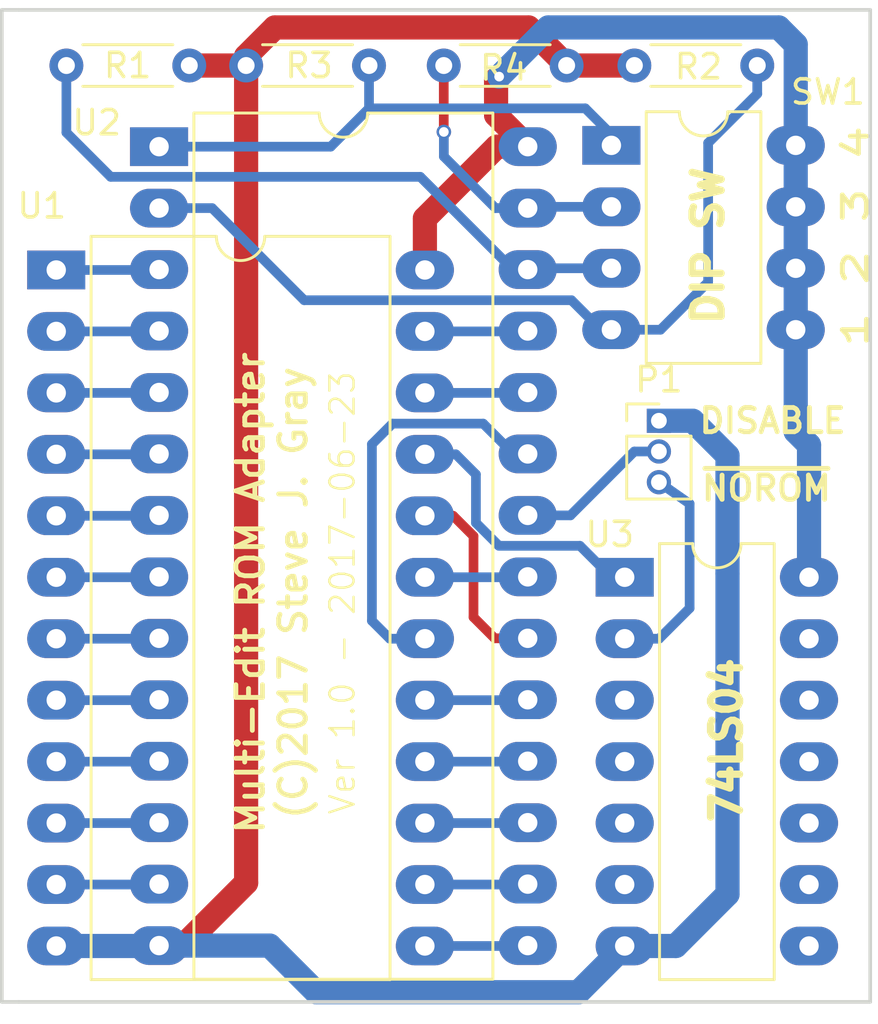
<source format=kicad_pcb>
(kicad_pcb (version 4) (host pcbnew 4.0.4-stable)

  (general
    (links 45)
    (no_connects 0)
    (area 141.924999 98.815 178.192 141.505)
    (thickness 1.6)
    (drawings 13)
    (tracks 134)
    (zones 0)
    (modules 9)
    (nets 41)
  )

  (page A4)
  (layers
    (0 F.Cu signal)
    (31 B.Cu signal)
    (32 B.Adhes user)
    (33 F.Adhes user)
    (34 B.Paste user)
    (35 F.Paste user)
    (36 B.SilkS user)
    (37 F.SilkS user)
    (38 B.Mask user)
    (39 F.Mask user)
    (40 Dwgs.User user)
    (41 Cmts.User user)
    (42 Eco1.User user)
    (43 Eco2.User user)
    (44 Edge.Cuts user)
    (45 Margin user)
    (46 B.CrtYd user)
    (47 F.CrtYd user)
    (48 B.Fab user)
    (49 F.Fab user)
  )

  (setup
    (last_trace_width 1)
    (user_trace_width 0.3)
    (user_trace_width 0.4)
    (user_trace_width 0.5)
    (user_trace_width 0.75)
    (user_trace_width 1)
    (trace_clearance 0.2)
    (zone_clearance 0.508)
    (zone_45_only no)
    (trace_min 0.2)
    (segment_width 0.2)
    (edge_width 0.15)
    (via_size 0.6)
    (via_drill 0.4)
    (via_min_size 0.4)
    (via_min_drill 0.3)
    (uvia_size 0.3)
    (uvia_drill 0.1)
    (uvias_allowed no)
    (uvia_min_size 0.2)
    (uvia_min_drill 0.1)
    (pcb_text_width 0.3)
    (pcb_text_size 1.5 1.5)
    (mod_edge_width 0.15)
    (mod_text_size 1 1)
    (mod_text_width 0.15)
    (pad_size 1.524 1.524)
    (pad_drill 0.762)
    (pad_to_mask_clearance 0.2)
    (aux_axis_origin 0 0)
    (visible_elements 7FFE6FFF)
    (pcbplotparams
      (layerselection 0x010e0_80000001)
      (usegerberextensions false)
      (excludeedgelayer true)
      (linewidth 0.100000)
      (plotframeref false)
      (viasonmask false)
      (mode 1)
      (useauxorigin false)
      (hpglpennumber 1)
      (hpglpenspeed 20)
      (hpglpendiameter 15)
      (hpglpenoverlay 2)
      (psnegative false)
      (psa4output false)
      (plotreference true)
      (plotvalue true)
      (plotinvisibletext false)
      (padsonsilk false)
      (subtractmaskfromsilk false)
      (outputformat 1)
      (mirror false)
      (drillshape 0)
      (scaleselection 1)
      (outputdirectory Gerbers/))
  )

  (net 0 "")
  (net 1 ~OE)
  (net 2 ~CS)
  (net 3 5V)
  (net 4 A13)
  (net 5 A12)
  (net 6 A15)
  (net 7 A14)
  (net 8 GND)
  (net 9 A7)
  (net 10 D3)
  (net 11 A6)
  (net 12 D4)
  (net 13 A5)
  (net 14 D5)
  (net 15 A4)
  (net 16 D6)
  (net 17 A3)
  (net 18 D7)
  (net 19 A2)
  (net 20 A11)
  (net 21 A1)
  (net 22 A10)
  (net 23 A0)
  (net 24 D0)
  (net 25 "Net-(U1-Pad21)")
  (net 26 D1)
  (net 27 A9)
  (net 28 D2)
  (net 29 A8)
  (net 30 "Net-(U3-Pad8)")
  (net 31 "Net-(U3-Pad9)")
  (net 32 "Net-(U3-Pad3)")
  (net 33 "Net-(U3-Pad10)")
  (net 34 "Net-(U3-Pad4)")
  (net 35 "Net-(U3-Pad11)")
  (net 36 "Net-(U3-Pad5)")
  (net 37 "Net-(U3-Pad12)")
  (net 38 "Net-(U3-Pad6)")
  (net 39 "Net-(U3-Pad13)")
  (net 40 "Net-(P1-Pad2)")

  (net_class Default "This is the default net class."
    (clearance 0.2)
    (trace_width 0.25)
    (via_dia 0.6)
    (via_drill 0.4)
    (uvia_dia 0.3)
    (uvia_drill 0.1)
    (add_net 5V)
    (add_net A0)
    (add_net A1)
    (add_net A10)
    (add_net A11)
    (add_net A12)
    (add_net A13)
    (add_net A14)
    (add_net A15)
    (add_net A2)
    (add_net A3)
    (add_net A4)
    (add_net A5)
    (add_net A6)
    (add_net A7)
    (add_net A8)
    (add_net A9)
    (add_net D0)
    (add_net D1)
    (add_net D2)
    (add_net D3)
    (add_net D4)
    (add_net D5)
    (add_net D6)
    (add_net D7)
    (add_net GND)
    (add_net "Net-(P1-Pad2)")
    (add_net "Net-(U1-Pad21)")
    (add_net "Net-(U3-Pad10)")
    (add_net "Net-(U3-Pad11)")
    (add_net "Net-(U3-Pad12)")
    (add_net "Net-(U3-Pad13)")
    (add_net "Net-(U3-Pad3)")
    (add_net "Net-(U3-Pad4)")
    (add_net "Net-(U3-Pad5)")
    (add_net "Net-(U3-Pad6)")
    (add_net "Net-(U3-Pad8)")
    (add_net "Net-(U3-Pad9)")
    (add_net ~CS)
    (add_net ~OE)
  )

  (module Resistors_ThroughHole:R_Axial_DIN0204_L3.6mm_D1.6mm_P5.08mm_Horizontal (layer F.Cu) (tedit 594C036C) (tstamp 594BF907)
    (at 149.75 101.65 180)
    (descr "Resistor, Axial_DIN0204 series, Axial, Horizontal, pin pitch=5.08mm, 0.16666666666666666W = 1/6W, length*diameter=3.6*1.6mm^2, http://cdn-reichelt.de/documents/datenblatt/B400/1_4W%23YAG.pdf")
    (tags "Resistor Axial_DIN0204 series Axial Horizontal pin pitch 5.08mm 0.16666666666666666W = 1/6W length 3.6mm diameter 1.6mm")
    (path /594BDCFA)
    (fp_text reference R1 (at 2.55 0 180) (layer F.SilkS)
      (effects (font (size 1 1) (thickness 0.15)))
    )
    (fp_text value 4.7K (at 2.54 1.86 180) (layer F.Fab)
      (effects (font (size 1 1) (thickness 0.15)))
    )
    (fp_line (start 0.74 -0.8) (end 0.74 0.8) (layer F.Fab) (width 0.1))
    (fp_line (start 0.74 0.8) (end 4.34 0.8) (layer F.Fab) (width 0.1))
    (fp_line (start 4.34 0.8) (end 4.34 -0.8) (layer F.Fab) (width 0.1))
    (fp_line (start 4.34 -0.8) (end 0.74 -0.8) (layer F.Fab) (width 0.1))
    (fp_line (start 0 0) (end 0.74 0) (layer F.Fab) (width 0.1))
    (fp_line (start 5.08 0) (end 4.34 0) (layer F.Fab) (width 0.1))
    (fp_line (start 0.68 -0.86) (end 4.4 -0.86) (layer F.SilkS) (width 0.12))
    (fp_line (start 0.68 0.86) (end 4.4 0.86) (layer F.SilkS) (width 0.12))
    (fp_line (start -0.95 -1.15) (end -0.95 1.15) (layer F.CrtYd) (width 0.05))
    (fp_line (start -0.95 1.15) (end 6.05 1.15) (layer F.CrtYd) (width 0.05))
    (fp_line (start 6.05 1.15) (end 6.05 -1.15) (layer F.CrtYd) (width 0.05))
    (fp_line (start 6.05 -1.15) (end -0.95 -1.15) (layer F.CrtYd) (width 0.05))
    (pad 1 thru_hole circle (at 0 0 180) (size 1.4 1.4) (drill 0.7) (layers *.Cu *.Mask)
      (net 8 GND))
    (pad 2 thru_hole oval (at 5.08 0 180) (size 1.4 1.4) (drill 0.7) (layers *.Cu *.Mask)
      (net 4 A13))
    (model Resistors_THT.3dshapes/R_Axial_DIN0204_L3.6mm_D1.6mm_P5.08mm_Horizontal.wrl
      (at (xyz 0 0 0))
      (scale (xyz 0.393701 0.393701 0.393701))
      (rotate (xyz 0 0 0))
    )
  )

  (module Resistors_ThroughHole:R_Axial_DIN0204_L3.6mm_D1.6mm_P5.08mm_Horizontal (layer F.Cu) (tedit 594C0353) (tstamp 594BF90D)
    (at 168.15 101.65)
    (descr "Resistor, Axial_DIN0204 series, Axial, Horizontal, pin pitch=5.08mm, 0.16666666666666666W = 1/6W, length*diameter=3.6*1.6mm^2, http://cdn-reichelt.de/documents/datenblatt/B400/1_4W%23YAG.pdf")
    (tags "Resistor Axial_DIN0204 series Axial Horizontal pin pitch 5.08mm 0.16666666666666666W = 1/6W length 3.6mm diameter 1.6mm")
    (path /594BDCD5)
    (fp_text reference R2 (at 2.65 0.05) (layer F.SilkS)
      (effects (font (size 1 1) (thickness 0.15)))
    )
    (fp_text value 4.7K (at 2.54 1.86 90) (layer F.Fab)
      (effects (font (size 1 1) (thickness 0.15)))
    )
    (fp_line (start 0.74 -0.8) (end 0.74 0.8) (layer F.Fab) (width 0.1))
    (fp_line (start 0.74 0.8) (end 4.34 0.8) (layer F.Fab) (width 0.1))
    (fp_line (start 4.34 0.8) (end 4.34 -0.8) (layer F.Fab) (width 0.1))
    (fp_line (start 4.34 -0.8) (end 0.74 -0.8) (layer F.Fab) (width 0.1))
    (fp_line (start 0 0) (end 0.74 0) (layer F.Fab) (width 0.1))
    (fp_line (start 5.08 0) (end 4.34 0) (layer F.Fab) (width 0.1))
    (fp_line (start 0.68 -0.86) (end 4.4 -0.86) (layer F.SilkS) (width 0.12))
    (fp_line (start 0.68 0.86) (end 4.4 0.86) (layer F.SilkS) (width 0.12))
    (fp_line (start -0.95 -1.15) (end -0.95 1.15) (layer F.CrtYd) (width 0.05))
    (fp_line (start -0.95 1.15) (end 6.05 1.15) (layer F.CrtYd) (width 0.05))
    (fp_line (start 6.05 1.15) (end 6.05 -1.15) (layer F.CrtYd) (width 0.05))
    (fp_line (start 6.05 -1.15) (end -0.95 -1.15) (layer F.CrtYd) (width 0.05))
    (pad 1 thru_hole circle (at 0 0) (size 1.4 1.4) (drill 0.7) (layers *.Cu *.Mask)
      (net 8 GND))
    (pad 2 thru_hole oval (at 5.08 0) (size 1.4 1.4) (drill 0.7) (layers *.Cu *.Mask)
      (net 5 A12))
    (model Resistors_THT.3dshapes/R_Axial_DIN0204_L3.6mm_D1.6mm_P5.08mm_Horizontal.wrl
      (at (xyz 0 0 0))
      (scale (xyz 0.393701 0.393701 0.393701))
      (rotate (xyz 0 0 0))
    )
  )

  (module Resistors_ThroughHole:R_Axial_DIN0204_L3.6mm_D1.6mm_P5.08mm_Horizontal (layer F.Cu) (tedit 594C0366) (tstamp 594BF913)
    (at 152.1 101.65)
    (descr "Resistor, Axial_DIN0204 series, Axial, Horizontal, pin pitch=5.08mm, 0.16666666666666666W = 1/6W, length*diameter=3.6*1.6mm^2, http://cdn-reichelt.de/documents/datenblatt/B400/1_4W%23YAG.pdf")
    (tags "Resistor Axial_DIN0204 series Axial Horizontal pin pitch 5.08mm 0.16666666666666666W = 1/6W length 3.6mm diameter 1.6mm")
    (path /594BDD3F)
    (fp_text reference R3 (at 2.6 0) (layer F.SilkS)
      (effects (font (size 1 1) (thickness 0.15)))
    )
    (fp_text value 4.7K (at 2.54 1.86) (layer F.Fab)
      (effects (font (size 1 1) (thickness 0.15)))
    )
    (fp_line (start 0.74 -0.8) (end 0.74 0.8) (layer F.Fab) (width 0.1))
    (fp_line (start 0.74 0.8) (end 4.34 0.8) (layer F.Fab) (width 0.1))
    (fp_line (start 4.34 0.8) (end 4.34 -0.8) (layer F.Fab) (width 0.1))
    (fp_line (start 4.34 -0.8) (end 0.74 -0.8) (layer F.Fab) (width 0.1))
    (fp_line (start 0 0) (end 0.74 0) (layer F.Fab) (width 0.1))
    (fp_line (start 5.08 0) (end 4.34 0) (layer F.Fab) (width 0.1))
    (fp_line (start 0.68 -0.86) (end 4.4 -0.86) (layer F.SilkS) (width 0.12))
    (fp_line (start 0.68 0.86) (end 4.4 0.86) (layer F.SilkS) (width 0.12))
    (fp_line (start -0.95 -1.15) (end -0.95 1.15) (layer F.CrtYd) (width 0.05))
    (fp_line (start -0.95 1.15) (end 6.05 1.15) (layer F.CrtYd) (width 0.05))
    (fp_line (start 6.05 1.15) (end 6.05 -1.15) (layer F.CrtYd) (width 0.05))
    (fp_line (start 6.05 -1.15) (end -0.95 -1.15) (layer F.CrtYd) (width 0.05))
    (pad 1 thru_hole circle (at 0 0) (size 1.4 1.4) (drill 0.7) (layers *.Cu *.Mask)
      (net 8 GND))
    (pad 2 thru_hole oval (at 5.08 0) (size 1.4 1.4) (drill 0.7) (layers *.Cu *.Mask)
      (net 6 A15))
    (model Resistors_THT.3dshapes/R_Axial_DIN0204_L3.6mm_D1.6mm_P5.08mm_Horizontal.wrl
      (at (xyz 0 0 0))
      (scale (xyz 0.393701 0.393701 0.393701))
      (rotate (xyz 0 0 0))
    )
  )

  (module Resistors_ThroughHole:R_Axial_DIN0204_L3.6mm_D1.6mm_P5.08mm_Horizontal (layer F.Cu) (tedit 594C0364) (tstamp 594BF919)
    (at 165.35 101.65 180)
    (descr "Resistor, Axial_DIN0204 series, Axial, Horizontal, pin pitch=5.08mm, 0.16666666666666666W = 1/6W, length*diameter=3.6*1.6mm^2, http://cdn-reichelt.de/documents/datenblatt/B400/1_4W%23YAG.pdf")
    (tags "Resistor Axial_DIN0204 series Axial Horizontal pin pitch 5.08mm 0.16666666666666666W = 1/6W length 3.6mm diameter 1.6mm")
    (path /594BDD1B)
    (fp_text reference R4 (at 2.6 -0.1 180) (layer F.SilkS)
      (effects (font (size 1 1) (thickness 0.15)))
    )
    (fp_text value 4.7K (at 2.54 1.86 180) (layer F.Fab)
      (effects (font (size 1 1) (thickness 0.15)))
    )
    (fp_line (start 0.74 -0.8) (end 0.74 0.8) (layer F.Fab) (width 0.1))
    (fp_line (start 0.74 0.8) (end 4.34 0.8) (layer F.Fab) (width 0.1))
    (fp_line (start 4.34 0.8) (end 4.34 -0.8) (layer F.Fab) (width 0.1))
    (fp_line (start 4.34 -0.8) (end 0.74 -0.8) (layer F.Fab) (width 0.1))
    (fp_line (start 0 0) (end 0.74 0) (layer F.Fab) (width 0.1))
    (fp_line (start 5.08 0) (end 4.34 0) (layer F.Fab) (width 0.1))
    (fp_line (start 0.68 -0.86) (end 4.4 -0.86) (layer F.SilkS) (width 0.12))
    (fp_line (start 0.68 0.86) (end 4.4 0.86) (layer F.SilkS) (width 0.12))
    (fp_line (start -0.95 -1.15) (end -0.95 1.15) (layer F.CrtYd) (width 0.05))
    (fp_line (start -0.95 1.15) (end 6.05 1.15) (layer F.CrtYd) (width 0.05))
    (fp_line (start 6.05 1.15) (end 6.05 -1.15) (layer F.CrtYd) (width 0.05))
    (fp_line (start 6.05 -1.15) (end -0.95 -1.15) (layer F.CrtYd) (width 0.05))
    (pad 1 thru_hole circle (at 0 0 180) (size 1.4 1.4) (drill 0.7) (layers *.Cu *.Mask)
      (net 8 GND))
    (pad 2 thru_hole oval (at 5.08 0 180) (size 1.4 1.4) (drill 0.7) (layers *.Cu *.Mask)
      (net 7 A14))
    (model Resistors_THT.3dshapes/R_Axial_DIN0204_L3.6mm_D1.6mm_P5.08mm_Horizontal.wrl
      (at (xyz 0 0 0))
      (scale (xyz 0.393701 0.393701 0.393701))
      (rotate (xyz 0 0 0))
    )
  )

  (module Housings_DIP:DIP-8_W7.62mm_LongPads (layer F.Cu) (tedit 594D2D44) (tstamp 594BF925)
    (at 167.2 104.95)
    (descr "8-lead dip package, row spacing 7.62 mm (300 mils), LongPads")
    (tags "DIL DIP PDIP 2.54mm 7.62mm 300mil LongPads")
    (path /594BDA68)
    (fp_text reference SW1 (at 8.949 -2.207) (layer F.SilkS)
      (effects (font (size 1 1) (thickness 0.15)))
    )
    (fp_text value SW_DIP_4 (at 3.81 10.01) (layer F.Fab)
      (effects (font (size 1 1) (thickness 0.15)))
    )
    (fp_text user %R (at 3.996 -0.302) (layer F.Fab)
      (effects (font (size 1 1) (thickness 0.15)))
    )
    (fp_line (start 1.635 -1.27) (end 6.985 -1.27) (layer F.Fab) (width 0.1))
    (fp_line (start 6.985 -1.27) (end 6.985 8.89) (layer F.Fab) (width 0.1))
    (fp_line (start 6.985 8.89) (end 0.635 8.89) (layer F.Fab) (width 0.1))
    (fp_line (start 0.635 8.89) (end 0.635 -0.27) (layer F.Fab) (width 0.1))
    (fp_line (start 0.635 -0.27) (end 1.635 -1.27) (layer F.Fab) (width 0.1))
    (fp_line (start 2.81 -1.39) (end 1.44 -1.39) (layer F.SilkS) (width 0.12))
    (fp_line (start 1.44 -1.39) (end 1.44 9.01) (layer F.SilkS) (width 0.12))
    (fp_line (start 1.44 9.01) (end 6.18 9.01) (layer F.SilkS) (width 0.12))
    (fp_line (start 6.18 9.01) (end 6.18 -1.39) (layer F.SilkS) (width 0.12))
    (fp_line (start 6.18 -1.39) (end 4.81 -1.39) (layer F.SilkS) (width 0.12))
    (fp_line (start -1.5 -1.6) (end -1.5 9.2) (layer F.CrtYd) (width 0.05))
    (fp_line (start -1.5 9.2) (end 9.1 9.2) (layer F.CrtYd) (width 0.05))
    (fp_line (start 9.1 9.2) (end 9.1 -1.6) (layer F.CrtYd) (width 0.05))
    (fp_line (start 9.1 -1.6) (end -1.5 -1.6) (layer F.CrtYd) (width 0.05))
    (fp_arc (start 3.81 -1.39) (end 2.81 -1.39) (angle -180) (layer F.SilkS) (width 0.12))
    (pad 1 thru_hole rect (at 0 0) (size 2.4 1.6) (drill 0.8) (layers *.Cu *.Mask)
      (net 6 A15))
    (pad 5 thru_hole oval (at 7.62 7.62) (size 2.4 1.6) (drill 0.8) (layers *.Cu *.Mask)
      (net 3 5V))
    (pad 2 thru_hole oval (at 0 2.54) (size 2.4 1.6) (drill 0.8) (layers *.Cu *.Mask)
      (net 7 A14))
    (pad 6 thru_hole oval (at 7.62 5.08) (size 2.4 1.6) (drill 0.8) (layers *.Cu *.Mask)
      (net 3 5V))
    (pad 3 thru_hole oval (at 0 5.08) (size 2.4 1.6) (drill 0.8) (layers *.Cu *.Mask)
      (net 4 A13))
    (pad 7 thru_hole oval (at 7.62 2.54) (size 2.4 1.6) (drill 0.8) (layers *.Cu *.Mask)
      (net 3 5V))
    (pad 4 thru_hole oval (at 0 7.62) (size 2.4 1.6) (drill 0.8) (layers *.Cu *.Mask)
      (net 5 A12))
    (pad 8 thru_hole oval (at 7.62 0) (size 2.4 1.6) (drill 0.8) (layers *.Cu *.Mask)
      (net 3 5V))
    (model ${KISYS3DMOD}/Housings_DIP.3dshapes/DIP-8_W7.62mm_LongPads.wrl
      (at (xyz 0 0 0))
      (scale (xyz 1 1 1))
      (rotate (xyz 0 0 0))
    )
  )

  (module Housings_DIP:DIP-24_W15.24mm_LongPads (layer F.Cu) (tedit 594C0341) (tstamp 594BF941)
    (at 144.25 110.1)
    (descr "24-lead dip package, row spacing 15.24 mm (600 mils), LongPads")
    (tags "DIL DIP PDIP 2.54mm 15.24mm 600mil LongPads")
    (path /594BD2E4)
    (fp_text reference U1 (at -0.6 -2.65) (layer F.SilkS)
      (effects (font (size 1 1) (thickness 0.15)))
    )
    (fp_text value 2332 (at 9.2 1.1) (layer F.Fab)
      (effects (font (size 1 1) (thickness 0.15)))
    )
    (fp_text user %R (at -0.6 -2.65) (layer F.Fab)
      (effects (font (size 1 1) (thickness 0.15)))
    )
    (fp_line (start 1.255 -1.27) (end 14.985 -1.27) (layer F.Fab) (width 0.1))
    (fp_line (start 14.985 -1.27) (end 14.985 29.21) (layer F.Fab) (width 0.1))
    (fp_line (start 14.985 29.21) (end 0.255 29.21) (layer F.Fab) (width 0.1))
    (fp_line (start 0.255 29.21) (end 0.255 -0.27) (layer F.Fab) (width 0.1))
    (fp_line (start 0.255 -0.27) (end 1.255 -1.27) (layer F.Fab) (width 0.1))
    (fp_line (start 6.62 -1.39) (end 1.44 -1.39) (layer F.SilkS) (width 0.12))
    (fp_line (start 1.44 -1.39) (end 1.44 29.33) (layer F.SilkS) (width 0.12))
    (fp_line (start 1.44 29.33) (end 13.8 29.33) (layer F.SilkS) (width 0.12))
    (fp_line (start 13.8 29.33) (end 13.8 -1.39) (layer F.SilkS) (width 0.12))
    (fp_line (start 13.8 -1.39) (end 8.62 -1.39) (layer F.SilkS) (width 0.12))
    (fp_line (start -1.5 -1.6) (end -1.5 29.5) (layer F.CrtYd) (width 0.05))
    (fp_line (start -1.5 29.5) (end 16.7 29.5) (layer F.CrtYd) (width 0.05))
    (fp_line (start 16.7 29.5) (end 16.7 -1.6) (layer F.CrtYd) (width 0.05))
    (fp_line (start 16.7 -1.6) (end -1.5 -1.6) (layer F.CrtYd) (width 0.05))
    (fp_arc (start 7.62 -1.39) (end 6.62 -1.39) (angle -180) (layer F.SilkS) (width 0.12))
    (pad 1 thru_hole rect (at 0 0) (size 2.4 1.6) (drill 0.8) (layers *.Cu *.Mask)
      (net 9 A7))
    (pad 13 thru_hole oval (at 15.24 27.94) (size 2.4 1.6) (drill 0.8) (layers *.Cu *.Mask)
      (net 10 D3))
    (pad 2 thru_hole oval (at 0 2.54) (size 2.4 1.6) (drill 0.8) (layers *.Cu *.Mask)
      (net 11 A6))
    (pad 14 thru_hole oval (at 15.24 25.4) (size 2.4 1.6) (drill 0.8) (layers *.Cu *.Mask)
      (net 12 D4))
    (pad 3 thru_hole oval (at 0 5.08) (size 2.4 1.6) (drill 0.8) (layers *.Cu *.Mask)
      (net 13 A5))
    (pad 15 thru_hole oval (at 15.24 22.86) (size 2.4 1.6) (drill 0.8) (layers *.Cu *.Mask)
      (net 14 D5))
    (pad 4 thru_hole oval (at 0 7.62) (size 2.4 1.6) (drill 0.8) (layers *.Cu *.Mask)
      (net 15 A4))
    (pad 16 thru_hole oval (at 15.24 20.32) (size 2.4 1.6) (drill 0.8) (layers *.Cu *.Mask)
      (net 16 D6))
    (pad 5 thru_hole oval (at 0 10.16) (size 2.4 1.6) (drill 0.8) (layers *.Cu *.Mask)
      (net 17 A3))
    (pad 17 thru_hole oval (at 15.24 17.78) (size 2.4 1.6) (drill 0.8) (layers *.Cu *.Mask)
      (net 18 D7))
    (pad 6 thru_hole oval (at 0 12.7) (size 2.4 1.6) (drill 0.8) (layers *.Cu *.Mask)
      (net 19 A2))
    (pad 18 thru_hole oval (at 15.24 15.24) (size 2.4 1.6) (drill 0.8) (layers *.Cu *.Mask)
      (net 20 A11))
    (pad 7 thru_hole oval (at 0 15.24) (size 2.4 1.6) (drill 0.8) (layers *.Cu *.Mask)
      (net 21 A1))
    (pad 19 thru_hole oval (at 15.24 12.7) (size 2.4 1.6) (drill 0.8) (layers *.Cu *.Mask)
      (net 22 A10))
    (pad 8 thru_hole oval (at 0 17.78) (size 2.4 1.6) (drill 0.8) (layers *.Cu *.Mask)
      (net 23 A0))
    (pad 20 thru_hole oval (at 15.24 10.16) (size 2.4 1.6) (drill 0.8) (layers *.Cu *.Mask)
      (net 2 ~CS))
    (pad 9 thru_hole oval (at 0 20.32) (size 2.4 1.6) (drill 0.8) (layers *.Cu *.Mask)
      (net 24 D0))
    (pad 21 thru_hole oval (at 15.24 7.62) (size 2.4 1.6) (drill 0.8) (layers *.Cu *.Mask)
      (net 25 "Net-(U1-Pad21)"))
    (pad 10 thru_hole oval (at 0 22.86) (size 2.4 1.6) (drill 0.8) (layers *.Cu *.Mask)
      (net 26 D1))
    (pad 22 thru_hole oval (at 15.24 5.08) (size 2.4 1.6) (drill 0.8) (layers *.Cu *.Mask)
      (net 27 A9))
    (pad 11 thru_hole oval (at 0 25.4) (size 2.4 1.6) (drill 0.8) (layers *.Cu *.Mask)
      (net 28 D2))
    (pad 23 thru_hole oval (at 15.24 2.54) (size 2.4 1.6) (drill 0.8) (layers *.Cu *.Mask)
      (net 29 A8))
    (pad 12 thru_hole oval (at 0 27.94) (size 2.4 1.6) (drill 0.8) (layers *.Cu *.Mask)
      (net 8 GND))
    (pad 24 thru_hole oval (at 15.24 0) (size 2.4 1.6) (drill 0.8) (layers *.Cu *.Mask)
      (net 3 5V))
    (model ${KISYS3DMOD}/Housings_DIP.3dshapes/DIP-24_W15.24mm_LongPads.wrl
      (at (xyz 0 0 0))
      (scale (xyz 1 1 1))
      (rotate (xyz 0 0 0))
    )
  )

  (module Housings_DIP:DIP-28_W15.24mm_LongPads (layer F.Cu) (tedit 594D2C07) (tstamp 594BF961)
    (at 148.5011 105.0036)
    (descr "28-lead dip package, row spacing 15.24 mm (600 mils), LongPads")
    (tags "DIL DIP PDIP 2.54mm 15.24mm 600mil LongPads")
    (path /594BD33F)
    (fp_text reference U2 (at -2.5781 -0.9906) (layer F.SilkS)
      (effects (font (size 1 1) (thickness 0.15)))
    )
    (fp_text value 27512 (at 7.1489 0.0964) (layer F.Fab)
      (effects (font (size 1 1) (thickness 0.15)))
    )
    (fp_text user %R (at -2.5781 0.0254) (layer F.Fab)
      (effects (font (size 1 1) (thickness 0.15)))
    )
    (fp_line (start 1.255 -1.27) (end 14.985 -1.27) (layer F.Fab) (width 0.1))
    (fp_line (start 14.985 -1.27) (end 14.985 34.29) (layer F.Fab) (width 0.1))
    (fp_line (start 14.985 34.29) (end 0.255 34.29) (layer F.Fab) (width 0.1))
    (fp_line (start 0.255 34.29) (end 0.255 -0.27) (layer F.Fab) (width 0.1))
    (fp_line (start 0.255 -0.27) (end 1.255 -1.27) (layer F.Fab) (width 0.1))
    (fp_line (start 6.62 -1.39) (end 1.44 -1.39) (layer F.SilkS) (width 0.12))
    (fp_line (start 1.44 -1.39) (end 1.44 34.41) (layer F.SilkS) (width 0.12))
    (fp_line (start 1.44 34.41) (end 13.8 34.41) (layer F.SilkS) (width 0.12))
    (fp_line (start 13.8 34.41) (end 13.8 -1.39) (layer F.SilkS) (width 0.12))
    (fp_line (start 13.8 -1.39) (end 8.62 -1.39) (layer F.SilkS) (width 0.12))
    (fp_line (start -1.5 -1.6) (end -1.5 34.6) (layer F.CrtYd) (width 0.05))
    (fp_line (start -1.5 34.6) (end 16.7 34.6) (layer F.CrtYd) (width 0.05))
    (fp_line (start 16.7 34.6) (end 16.7 -1.6) (layer F.CrtYd) (width 0.05))
    (fp_line (start 16.7 -1.6) (end -1.5 -1.6) (layer F.CrtYd) (width 0.05))
    (fp_arc (start 7.62 -1.39) (end 6.62 -1.39) (angle -180) (layer F.SilkS) (width 0.12))
    (pad 1 thru_hole rect (at 0 0) (size 2.4 1.6) (drill 0.8) (layers *.Cu *.Mask)
      (net 6 A15))
    (pad 15 thru_hole oval (at 15.24 33.02) (size 2.4 1.6) (drill 0.8) (layers *.Cu *.Mask)
      (net 10 D3))
    (pad 2 thru_hole oval (at 0 2.54) (size 2.4 1.6) (drill 0.8) (layers *.Cu *.Mask)
      (net 5 A12))
    (pad 16 thru_hole oval (at 15.24 30.48) (size 2.4 1.6) (drill 0.8) (layers *.Cu *.Mask)
      (net 12 D4))
    (pad 3 thru_hole oval (at 0 5.08) (size 2.4 1.6) (drill 0.8) (layers *.Cu *.Mask)
      (net 9 A7))
    (pad 17 thru_hole oval (at 15.24 27.94) (size 2.4 1.6) (drill 0.8) (layers *.Cu *.Mask)
      (net 14 D5))
    (pad 4 thru_hole oval (at 0 7.62) (size 2.4 1.6) (drill 0.8) (layers *.Cu *.Mask)
      (net 11 A6))
    (pad 18 thru_hole oval (at 15.24 25.4) (size 2.4 1.6) (drill 0.8) (layers *.Cu *.Mask)
      (net 16 D6))
    (pad 5 thru_hole oval (at 0 10.16) (size 2.4 1.6) (drill 0.8) (layers *.Cu *.Mask)
      (net 13 A5))
    (pad 19 thru_hole oval (at 15.24 22.86) (size 2.4 1.6) (drill 0.8) (layers *.Cu *.Mask)
      (net 18 D7))
    (pad 6 thru_hole oval (at 0 12.7) (size 2.4 1.6) (drill 0.8) (layers *.Cu *.Mask)
      (net 15 A4))
    (pad 20 thru_hole oval (at 15.24 20.32) (size 2.4 1.6) (drill 0.8) (layers *.Cu *.Mask)
      (net 2 ~CS))
    (pad 7 thru_hole oval (at 0 15.24) (size 2.4 1.6) (drill 0.8) (layers *.Cu *.Mask)
      (net 17 A3))
    (pad 21 thru_hole oval (at 15.24 17.78) (size 2.4 1.6) (drill 0.8) (layers *.Cu *.Mask)
      (net 22 A10))
    (pad 8 thru_hole oval (at 0 17.78) (size 2.4 1.6) (drill 0.8) (layers *.Cu *.Mask)
      (net 19 A2))
    (pad 22 thru_hole oval (at 15.24 15.24) (size 2.4 1.6) (drill 0.8) (layers *.Cu *.Mask)
      (net 40 "Net-(P1-Pad2)"))
    (pad 9 thru_hole oval (at 0 20.32) (size 2.4 1.6) (drill 0.8) (layers *.Cu *.Mask)
      (net 21 A1))
    (pad 23 thru_hole oval (at 15.24 12.7) (size 2.4 1.6) (drill 0.8) (layers *.Cu *.Mask)
      (net 20 A11))
    (pad 10 thru_hole oval (at 0 22.86) (size 2.4 1.6) (drill 0.8) (layers *.Cu *.Mask)
      (net 23 A0))
    (pad 24 thru_hole oval (at 15.24 10.16) (size 2.4 1.6) (drill 0.8) (layers *.Cu *.Mask)
      (net 27 A9))
    (pad 11 thru_hole oval (at 0 25.4) (size 2.4 1.6) (drill 0.8) (layers *.Cu *.Mask)
      (net 24 D0))
    (pad 25 thru_hole oval (at 15.24 7.62) (size 2.4 1.6) (drill 0.8) (layers *.Cu *.Mask)
      (net 29 A8))
    (pad 12 thru_hole oval (at 0 27.94) (size 2.4 1.6) (drill 0.8) (layers *.Cu *.Mask)
      (net 26 D1))
    (pad 26 thru_hole oval (at 15.24 5.08) (size 2.4 1.6) (drill 0.8) (layers *.Cu *.Mask)
      (net 4 A13))
    (pad 13 thru_hole oval (at 0 30.48) (size 2.4 1.6) (drill 0.8) (layers *.Cu *.Mask)
      (net 28 D2))
    (pad 27 thru_hole oval (at 15.24 2.54) (size 2.4 1.6) (drill 0.8) (layers *.Cu *.Mask)
      (net 7 A14))
    (pad 14 thru_hole oval (at 0 33.02) (size 2.4 1.6) (drill 0.8) (layers *.Cu *.Mask)
      (net 8 GND))
    (pad 28 thru_hole oval (at 15.24 0) (size 2.4 1.6) (drill 0.8) (layers *.Cu *.Mask)
      (net 3 5V))
    (model ${KISYS3DMOD}/Housings_DIP.3dshapes/DIP-28_W15.24mm_LongPads.wrl
      (at (xyz 0 0 0))
      (scale (xyz 1 1 1))
      (rotate (xyz 0 0 0))
    )
  )

  (module Housings_DIP:DIP-14_W7.62mm_LongPads (layer F.Cu) (tedit 594D2D65) (tstamp 594BF973)
    (at 167.75 122.8)
    (descr "14-lead dip package, row spacing 7.62 mm (300 mils), LongPads")
    (tags "DIL DIP PDIP 2.54mm 7.62mm 300mil LongPads")
    (path /594BF67A)
    (fp_text reference U3 (at -0.618 -1.769) (layer F.SilkS)
      (effects (font (size 1 1) (thickness 0.15)))
    )
    (fp_text value 74LS04 (at 3.81 17.63) (layer F.Fab)
      (effects (font (size 1 1) (thickness 0.15)))
    )
    (fp_text user %R (at 3.81 7.62) (layer F.Fab)
      (effects (font (size 1 1) (thickness 0.15)))
    )
    (fp_line (start 1.635 -1.27) (end 6.985 -1.27) (layer F.Fab) (width 0.1))
    (fp_line (start 6.985 -1.27) (end 6.985 16.51) (layer F.Fab) (width 0.1))
    (fp_line (start 6.985 16.51) (end 0.635 16.51) (layer F.Fab) (width 0.1))
    (fp_line (start 0.635 16.51) (end 0.635 -0.27) (layer F.Fab) (width 0.1))
    (fp_line (start 0.635 -0.27) (end 1.635 -1.27) (layer F.Fab) (width 0.1))
    (fp_line (start 2.81 -1.39) (end 1.44 -1.39) (layer F.SilkS) (width 0.12))
    (fp_line (start 1.44 -1.39) (end 1.44 16.63) (layer F.SilkS) (width 0.12))
    (fp_line (start 1.44 16.63) (end 6.18 16.63) (layer F.SilkS) (width 0.12))
    (fp_line (start 6.18 16.63) (end 6.18 -1.39) (layer F.SilkS) (width 0.12))
    (fp_line (start 6.18 -1.39) (end 4.81 -1.39) (layer F.SilkS) (width 0.12))
    (fp_line (start -1.5 -1.6) (end -1.5 16.8) (layer F.CrtYd) (width 0.05))
    (fp_line (start -1.5 16.8) (end 9.1 16.8) (layer F.CrtYd) (width 0.05))
    (fp_line (start 9.1 16.8) (end 9.1 -1.6) (layer F.CrtYd) (width 0.05))
    (fp_line (start 9.1 -1.6) (end -1.5 -1.6) (layer F.CrtYd) (width 0.05))
    (fp_arc (start 3.81 -1.39) (end 2.81 -1.39) (angle -180) (layer F.SilkS) (width 0.12))
    (pad 1 thru_hole rect (at 0 0) (size 2.4 1.6) (drill 0.8) (layers *.Cu *.Mask)
      (net 25 "Net-(U1-Pad21)"))
    (pad 8 thru_hole oval (at 7.62 15.24) (size 2.4 1.6) (drill 0.8) (layers *.Cu *.Mask)
      (net 30 "Net-(U3-Pad8)"))
    (pad 2 thru_hole oval (at 0 2.54) (size 2.4 1.6) (drill 0.8) (layers *.Cu *.Mask)
      (net 1 ~OE))
    (pad 9 thru_hole oval (at 7.62 12.7) (size 2.4 1.6) (drill 0.8) (layers *.Cu *.Mask)
      (net 31 "Net-(U3-Pad9)"))
    (pad 3 thru_hole oval (at 0 5.08) (size 2.4 1.6) (drill 0.8) (layers *.Cu *.Mask)
      (net 32 "Net-(U3-Pad3)"))
    (pad 10 thru_hole oval (at 7.62 10.16) (size 2.4 1.6) (drill 0.8) (layers *.Cu *.Mask)
      (net 33 "Net-(U3-Pad10)"))
    (pad 4 thru_hole oval (at 0 7.62) (size 2.4 1.6) (drill 0.8) (layers *.Cu *.Mask)
      (net 34 "Net-(U3-Pad4)"))
    (pad 11 thru_hole oval (at 7.62 7.62) (size 2.4 1.6) (drill 0.8) (layers *.Cu *.Mask)
      (net 35 "Net-(U3-Pad11)"))
    (pad 5 thru_hole oval (at 0 10.16) (size 2.4 1.6) (drill 0.8) (layers *.Cu *.Mask)
      (net 36 "Net-(U3-Pad5)"))
    (pad 12 thru_hole oval (at 7.62 5.08) (size 2.4 1.6) (drill 0.8) (layers *.Cu *.Mask)
      (net 37 "Net-(U3-Pad12)"))
    (pad 6 thru_hole oval (at 0 12.7) (size 2.4 1.6) (drill 0.8) (layers *.Cu *.Mask)
      (net 38 "Net-(U3-Pad6)"))
    (pad 13 thru_hole oval (at 7.62 2.54) (size 2.4 1.6) (drill 0.8) (layers *.Cu *.Mask)
      (net 39 "Net-(U3-Pad13)"))
    (pad 7 thru_hole oval (at 0 15.24) (size 2.4 1.6) (drill 0.8) (layers *.Cu *.Mask)
      (net 8 GND))
    (pad 14 thru_hole oval (at 7.62 0) (size 2.4 1.6) (drill 0.8) (layers *.Cu *.Mask)
      (net 3 5V))
    (model ${KISYS3DMOD}/Housings_DIP.3dshapes/DIP-14_W7.62mm_LongPads.wrl
      (at (xyz 0 0 0))
      (scale (xyz 1 1 1))
      (rotate (xyz 0 0 0))
    )
  )

  (module Pin_Headers:Pin_Header_Straight_1x03_Pitch1.27mm (layer F.Cu) (tedit 58CD4ED0) (tstamp 594D2B58)
    (at 169.164 116.332)
    (descr "Through hole straight pin header, 1x03, 1.27mm pitch, single row")
    (tags "Through hole pin header THT 1x03 1.27mm single row")
    (path /594D2AAE)
    (fp_text reference P1 (at 0 -1.695) (layer F.SilkS)
      (effects (font (size 1 1) (thickness 0.15)))
    )
    (fp_text value CONN_01X03 (at 0 4.235) (layer F.Fab)
      (effects (font (size 1 1) (thickness 0.15)))
    )
    (fp_line (start -1.27 -0.635) (end -1.27 3.175) (layer F.Fab) (width 0.1))
    (fp_line (start -1.27 3.175) (end 1.27 3.175) (layer F.Fab) (width 0.1))
    (fp_line (start 1.27 3.175) (end 1.27 -0.635) (layer F.Fab) (width 0.1))
    (fp_line (start 1.27 -0.635) (end -1.27 -0.635) (layer F.Fab) (width 0.1))
    (fp_line (start -1.33 0.635) (end -1.33 3.235) (layer F.SilkS) (width 0.12))
    (fp_line (start -1.33 3.235) (end 1.33 3.235) (layer F.SilkS) (width 0.12))
    (fp_line (start 1.33 3.235) (end 1.33 0.635) (layer F.SilkS) (width 0.12))
    (fp_line (start 1.33 0.635) (end -1.33 0.635) (layer F.SilkS) (width 0.12))
    (fp_line (start -1.33 0) (end -1.33 -0.695) (layer F.SilkS) (width 0.12))
    (fp_line (start -1.33 -0.695) (end 0 -0.695) (layer F.SilkS) (width 0.12))
    (fp_line (start -1.8 -1.15) (end -1.8 3.7) (layer F.CrtYd) (width 0.05))
    (fp_line (start -1.8 3.7) (end 1.8 3.7) (layer F.CrtYd) (width 0.05))
    (fp_line (start 1.8 3.7) (end 1.8 -1.15) (layer F.CrtYd) (width 0.05))
    (fp_line (start 1.8 -1.15) (end -1.8 -1.15) (layer F.CrtYd) (width 0.05))
    (fp_text user %R (at 0 -1.695) (layer F.Fab)
      (effects (font (size 1 1) (thickness 0.15)))
    )
    (pad 1 thru_hole rect (at 0 0) (size 1 1) (drill 0.65) (layers *.Cu *.Mask)
      (net 8 GND))
    (pad 2 thru_hole oval (at 0 1.27) (size 1 1) (drill 0.65) (layers *.Cu *.Mask)
      (net 40 "Net-(P1-Pad2)"))
    (pad 3 thru_hole oval (at 0 2.54) (size 1 1) (drill 0.65) (layers *.Cu *.Mask)
      (net 1 ~OE))
    (model ${KISYS3DMOD}/Pin_Headers.3dshapes/Pin_Header_Straight_1x03_Pitch1.27mm.wrl
      (at (xyz 0 0 0))
      (scale (xyz 1 1 1))
      (rotate (xyz 0 0 0))
    )
  )

  (gr_text ~NOROM (at 173.609 119.126) (layer F.SilkS)
    (effects (font (size 1 1) (thickness 0.2)))
  )
  (gr_text DISABLE (at 173.863 116.332) (layer F.SilkS)
    (effects (font (size 1 1) (thickness 0.2)))
  )
  (gr_text "1 2 3 4" (at 177.292 108.712 90) (layer F.SilkS)
    (effects (font (size 1 1.5) (thickness 0.2)))
  )
  (gr_text "Ver 1.0 - 2017-06-23" (at 156.083 123.444 90) (layer F.SilkS)
    (effects (font (size 1 1) (thickness 0.1)))
  )
  (gr_text "DIP SW" (at 171.196 109.093 90) (layer F.SilkS)
    (effects (font (size 1.2 1.2) (thickness 0.3)))
  )
  (gr_text 74LS04 (at 171.958 129.54 90) (layer F.SilkS)
    (effects (font (size 1.2 1.2) (thickness 0.3)))
  )
  (gr_text "Multi-Edit ROM Adapter\n(C)2017 Steve J. Gray" (at 153.162 123.444 90) (layer F.SilkS)
    (effects (font (size 1.1 1.1) (thickness 0.2)))
  )
  (gr_line (start 142 140.35) (end 142.7 140.35) (angle 90) (layer Edge.Cuts) (width 0.15))
  (gr_line (start 142 99.35) (end 142 140.35) (angle 90) (layer Edge.Cuts) (width 0.15))
  (gr_line (start 142.7 99.35) (end 142 99.35) (angle 90) (layer Edge.Cuts) (width 0.15))
  (gr_line (start 177.9 99.35) (end 177.9 140.35) (angle 90) (layer Edge.Cuts) (width 0.15))
  (gr_line (start 142.7 99.35) (end 177.9 99.35) (angle 90) (layer Edge.Cuts) (width 0.15))
  (gr_line (start 142.7 140.35) (end 177.9 140.35) (angle 90) (layer Edge.Cuts) (width 0.15))

  (segment (start 167.75 125.34) (end 169.173 125.34) (width 0.4) (layer B.Cu) (net 1))
  (segment (start 170.434 119.761) (end 169.164 118.872) (width 0.4) (layer B.Cu) (net 1) (tstamp 594D2B7D) (status 20))
  (segment (start 170.434 124.079) (end 170.434 119.761) (width 0.4) (layer B.Cu) (net 1) (tstamp 594D2B7C))
  (segment (start 169.173 125.34) (end 170.434 124.079) (width 0.4) (layer B.Cu) (net 1) (tstamp 594D2B7B))
  (segment (start 163.7411 125.3236) (end 162.3736 125.3236) (width 0.4) (layer F.Cu) (net 2))
  (segment (start 161.5 121.1) (end 160.66 120.26) (width 0.4) (layer F.Cu) (net 2) (tstamp 594C00E2))
  (segment (start 161.5 124.45) (end 161.5 121.1) (width 0.4) (layer F.Cu) (net 2) (tstamp 594C00E1))
  (segment (start 162.3736 125.3236) (end 161.5 124.45) (width 0.4) (layer F.Cu) (net 2) (tstamp 594C00E0))
  (segment (start 160.66 120.26) (end 159.49 120.26) (width 0.4) (layer F.Cu) (net 2) (tstamp 594C00E3))
  (segment (start 159.49 110.1) (end 159.49 107.972) (width 1) (layer F.Cu) (net 3))
  (segment (start 162.4584 105.0036) (end 163.7411 105.0036) (width 1) (layer F.Cu) (net 3) (tstamp 594EEA64))
  (segment (start 159.49 107.972) (end 162.4584 105.0036) (width 1) (layer F.Cu) (net 3) (tstamp 594EEA60))
  (segment (start 174.82 104.95) (end 174.82 100.779) (width 1) (layer B.Cu) (net 3))
  (segment (start 162.433 103.6955) (end 163.7411 105.0036) (width 1) (layer F.Cu) (net 3) (tstamp 594EEA1D))
  (segment (start 162.433 102.235) (end 162.433 103.6955) (width 1) (layer F.Cu) (net 3) (tstamp 594EEA18))
  (segment (start 162.56 102.108) (end 162.433 102.235) (width 1) (layer F.Cu) (net 3) (tstamp 594EEA17))
  (via (at 162.56 102.108) (size 0.6) (drill 0.4) (layers F.Cu B.Cu) (net 3))
  (segment (start 164.592 100.076) (end 162.56 102.108) (width 1) (layer B.Cu) (net 3) (tstamp 594EEA0A))
  (segment (start 174.117 100.076) (end 164.592 100.076) (width 1) (layer B.Cu) (net 3) (tstamp 594EE9F7))
  (segment (start 174.82 100.779) (end 174.117 100.076) (width 1) (layer B.Cu) (net 3) (tstamp 594EE9F5))
  (segment (start 174.82 112.57) (end 174.82 116.781) (width 1) (layer B.Cu) (net 3))
  (segment (start 175.37 117.331) (end 175.37 122.8) (width 1) (layer B.Cu) (net 3) (tstamp 594EE96E))
  (segment (start 174.82 116.781) (end 175.37 117.331) (width 1) (layer B.Cu) (net 3) (tstamp 594EE96C))
  (segment (start 174.82 104.95) (end 174.82 107.49) (width 1) (layer B.Cu) (net 3))
  (segment (start 174.82 107.49) (end 174.82 110.03) (width 1) (layer B.Cu) (net 3) (tstamp 594C0015))
  (segment (start 174.82 110.03) (end 174.82 112.57) (width 1) (layer B.Cu) (net 3) (tstamp 594C0016))
  (segment (start 174.82 112.57) (end 174.8 112.59) (width 0.4) (layer B.Cu) (net 3) (tstamp 594C0018))
  (segment (start 163.7411 110.0836) (end 163.1336 110.0836) (width 0.4) (layer B.Cu) (net 4))
  (segment (start 163.1336 110.0836) (end 159.3 106.25) (width 0.4) (layer B.Cu) (net 4) (tstamp 594C0282))
  (segment (start 159.3 106.25) (end 146.5 106.25) (width 0.4) (layer B.Cu) (net 4) (tstamp 594C0062))
  (segment (start 146.5 106.25) (end 144.67 104.42) (width 0.4) (layer B.Cu) (net 4) (tstamp 594C0067))
  (segment (start 144.67 104.42) (end 144.67 101.65) (width 0.4) (layer B.Cu) (net 4) (tstamp 594C006A))
  (segment (start 167.2 110.03) (end 163.7947 110.03) (width 0.4) (layer B.Cu) (net 4))
  (segment (start 163.7947 110.03) (end 163.7411 110.0836) (width 0.4) (layer B.Cu) (net 4) (tstamp 594BFFFA))
  (segment (start 167.2 112.57) (end 169.23 112.57) (width 0.4) (layer B.Cu) (net 5))
  (segment (start 173.23 102.82) (end 173.23 101.65) (width 0.4) (layer B.Cu) (net 5) (tstamp 594C00C8))
  (segment (start 171.2 104.85) (end 173.23 102.82) (width 0.4) (layer B.Cu) (net 5) (tstamp 594C00C6))
  (segment (start 171.2 110.6) (end 171.2 104.85) (width 0.4) (layer B.Cu) (net 5) (tstamp 594C00C4))
  (segment (start 169.23 112.57) (end 171.2 110.6) (width 0.4) (layer B.Cu) (net 5) (tstamp 594C00C1))
  (segment (start 167.2 112.57) (end 166.77 112.57) (width 0.4) (layer B.Cu) (net 5))
  (segment (start 166.77 112.57) (end 165.55 111.35) (width 0.4) (layer B.Cu) (net 5) (tstamp 594BFFFD))
  (segment (start 165.55 111.35) (end 154.5 111.35) (width 0.4) (layer B.Cu) (net 5) (tstamp 594BFFFE))
  (segment (start 154.5 111.35) (end 150.6936 107.5436) (width 0.4) (layer B.Cu) (net 5) (tstamp 594C0001))
  (segment (start 150.6936 107.5436) (end 148.5011 107.5436) (width 0.4) (layer B.Cu) (net 5) (tstamp 594C0004))
  (segment (start 157.18 103.42) (end 166.12 103.42) (width 0.4) (layer B.Cu) (net 6))
  (segment (start 166.12 103.42) (end 167.2 104.5) (width 0.4) (layer B.Cu) (net 6) (tstamp 594C007B))
  (segment (start 167.2 104.5) (end 167.2 104.95) (width 0.4) (layer B.Cu) (net 6) (tstamp 594C007D))
  (segment (start 148.5011 105.0036) (end 155.5964 105.0036) (width 0.4) (layer B.Cu) (net 6))
  (segment (start 157.18 103.42) (end 157.18 101.65) (width 0.4) (layer B.Cu) (net 6) (tstamp 594C0074))
  (segment (start 155.5964 105.0036) (end 157.18 103.42) (width 0.4) (layer B.Cu) (net 6) (tstamp 594C0071))
  (segment (start 163.7411 107.5436) (end 162.4076 107.5436) (width 0.4) (layer B.Cu) (net 7))
  (segment (start 160.27 104.39) (end 160.27 101.65) (width 0.4) (layer F.Cu) (net 7) (tstamp 594EEA4F))
  (segment (start 160.274 104.394) (end 160.27 104.39) (width 0.4) (layer F.Cu) (net 7) (tstamp 594EEA4E))
  (via (at 160.274 104.394) (size 0.6) (drill 0.4) (layers F.Cu B.Cu) (net 7))
  (segment (start 160.274 105.41) (end 160.274 104.394) (width 0.4) (layer B.Cu) (net 7) (tstamp 594EEA49))
  (segment (start 162.4076 107.5436) (end 160.274 105.41) (width 0.4) (layer B.Cu) (net 7) (tstamp 594EEA38))
  (segment (start 167.2 107.49) (end 163.7947 107.49) (width 0.4) (layer B.Cu) (net 7))
  (segment (start 163.7947 107.49) (end 163.7411 107.5436) (width 0.4) (layer B.Cu) (net 7) (tstamp 594BFFF7))
  (segment (start 165.35 101.65) (end 168.15 101.65) (width 1) (layer F.Cu) (net 8))
  (segment (start 152.1 101.65) (end 152.1 101.265) (width 1) (layer F.Cu) (net 8))
  (segment (start 152.1 101.265) (end 153.289 100.076) (width 1) (layer F.Cu) (net 8) (tstamp 594EEBD5))
  (segment (start 163.776 100.076) (end 165.35 101.65) (width 1) (layer F.Cu) (net 8) (tstamp 594EEBE0))
  (segment (start 153.289 100.076) (end 163.776 100.076) (width 1) (layer F.Cu) (net 8) (tstamp 594EEBDA))
  (segment (start 149.75 101.65) (end 152.1 101.65) (width 1) (layer F.Cu) (net 8))
  (segment (start 148.5011 138.0236) (end 149.5044 138.0236) (width 1) (layer F.Cu) (net 8))
  (segment (start 149.5044 138.0236) (end 152.1 135.428) (width 1) (layer F.Cu) (net 8) (tstamp 594EEA8F))
  (segment (start 152.1 135.428) (end 152.1 101.65) (width 1) (layer F.Cu) (net 8) (tstamp 594EEA90))
  (segment (start 172 122.65) (end 172 117.771) (width 1) (layer B.Cu) (net 8))
  (segment (start 167.75 138.04) (end 169.86 138.04) (width 1) (layer B.Cu) (net 8) (tstamp 594C002D))
  (segment (start 172 135.9) (end 169.86 138.04) (width 1) (layer B.Cu) (net 8) (tstamp 594C002B))
  (segment (start 172 122.65) (end 172 135.9) (width 1) (layer B.Cu) (net 8) (tstamp 594C0025))
  (segment (start 170.561 116.332) (end 169.164 116.332) (width 1) (layer B.Cu) (net 8) (tstamp 594EE97F))
  (segment (start 172 117.771) (end 170.561 116.332) (width 1) (layer B.Cu) (net 8) (tstamp 594EE97D))
  (segment (start 148.5011 138.0236) (end 153.0736 138.0236) (width 1) (layer B.Cu) (net 8))
  (segment (start 165.84 139.95) (end 167.75 138.04) (width 1) (layer B.Cu) (net 8) (tstamp 594BFFD5))
  (segment (start 155 139.95) (end 165.84 139.95) (width 1) (layer B.Cu) (net 8) (tstamp 594BFFD3))
  (segment (start 153.0736 138.0236) (end 155 139.95) (width 1) (layer B.Cu) (net 8) (tstamp 594BFFC6))
  (segment (start 144.25 138.04) (end 148.4847 138.04) (width 1) (layer B.Cu) (net 8))
  (segment (start 148.4847 138.04) (end 148.5011 138.0236) (width 0.4) (layer B.Cu) (net 8) (tstamp 594BFFC3))
  (segment (start 144.25 110.1) (end 148.4847 110.1) (width 0.4) (layer B.Cu) (net 9))
  (segment (start 148.4847 110.1) (end 148.5011 110.0836) (width 0.25) (layer B.Cu) (net 9) (tstamp 594BFF63))
  (segment (start 159.49 138.04) (end 163.7247 138.04) (width 0.4) (layer B.Cu) (net 10))
  (segment (start 163.7247 138.04) (end 163.7411 138.0236) (width 0.4) (layer B.Cu) (net 10) (tstamp 594BFFD9))
  (segment (start 144.25 112.64) (end 148.4847 112.64) (width 0.4) (layer B.Cu) (net 11))
  (segment (start 148.4847 112.64) (end 148.5011 112.6236) (width 0.4) (layer B.Cu) (net 11) (tstamp 594BFFA4))
  (segment (start 159.49 135.5) (end 163.7247 135.5) (width 0.4) (layer B.Cu) (net 12))
  (segment (start 163.7247 135.5) (end 163.7411 135.4836) (width 0.4) (layer B.Cu) (net 12) (tstamp 594BFFDC))
  (segment (start 144.25 115.18) (end 148.4847 115.18) (width 0.4) (layer B.Cu) (net 13))
  (segment (start 148.4847 115.18) (end 148.5011 115.1636) (width 0.4) (layer B.Cu) (net 13) (tstamp 594BFFA7))
  (segment (start 159.49 132.96) (end 163.7247 132.96) (width 0.4) (layer B.Cu) (net 14))
  (segment (start 163.7247 132.96) (end 163.7411 132.9436) (width 0.4) (layer B.Cu) (net 14) (tstamp 594BFFDF))
  (segment (start 144.25 117.72) (end 148.4847 117.72) (width 0.4) (layer B.Cu) (net 15))
  (segment (start 148.4847 117.72) (end 148.5011 117.7036) (width 0.4) (layer B.Cu) (net 15) (tstamp 594BFFAB))
  (segment (start 159.49 130.42) (end 163.7247 130.42) (width 0.4) (layer B.Cu) (net 16))
  (segment (start 163.7247 130.42) (end 163.7411 130.4036) (width 0.4) (layer B.Cu) (net 16) (tstamp 594BFFE2))
  (segment (start 144.25 120.26) (end 148.4847 120.26) (width 0.4) (layer B.Cu) (net 17))
  (segment (start 148.4847 120.26) (end 148.5011 120.2436) (width 0.4) (layer B.Cu) (net 17) (tstamp 594BFFAE))
  (segment (start 159.49 127.88) (end 163.7247 127.88) (width 0.4) (layer B.Cu) (net 18))
  (segment (start 163.7247 127.88) (end 163.7411 127.8636) (width 0.4) (layer B.Cu) (net 18) (tstamp 594BFFE5))
  (segment (start 144.25 122.8) (end 148.4847 122.8) (width 0.4) (layer B.Cu) (net 19))
  (segment (start 148.4847 122.8) (end 148.5011 122.7836) (width 0.4) (layer B.Cu) (net 19) (tstamp 594BFFB1))
  (segment (start 163.7411 117.7036) (end 163.1536 117.7036) (width 0.4) (layer B.Cu) (net 20))
  (segment (start 163.1536 117.7036) (end 161.9 116.45) (width 0.4) (layer B.Cu) (net 20) (tstamp 594C00CE))
  (segment (start 161.9 116.45) (end 158.15 116.45) (width 0.4) (layer B.Cu) (net 20) (tstamp 594C00D0))
  (segment (start 158.15 116.45) (end 157.3 117.3) (width 0.4) (layer B.Cu) (net 20) (tstamp 594C00D2))
  (segment (start 157.3 117.3) (end 157.3 124.6) (width 0.4) (layer B.Cu) (net 20) (tstamp 594C00D3))
  (segment (start 157.3 124.6) (end 158.04 125.34) (width 0.4) (layer B.Cu) (net 20) (tstamp 594C00D6))
  (segment (start 158.04 125.34) (end 159.49 125.34) (width 0.4) (layer B.Cu) (net 20) (tstamp 594C00D7))
  (segment (start 144.25 125.34) (end 148.4847 125.34) (width 0.4) (layer B.Cu) (net 21))
  (segment (start 148.4847 125.34) (end 148.5011 125.3236) (width 0.4) (layer B.Cu) (net 21) (tstamp 594BFFB4))
  (segment (start 159.49 122.8) (end 163.7247 122.8) (width 0.4) (layer B.Cu) (net 22))
  (segment (start 163.7247 122.8) (end 163.7411 122.7836) (width 0.4) (layer B.Cu) (net 22) (tstamp 594BFFE8))
  (segment (start 144.25 127.88) (end 148.4847 127.88) (width 0.4) (layer B.Cu) (net 23))
  (segment (start 148.4847 127.88) (end 148.5011 127.8636) (width 0.4) (layer B.Cu) (net 23) (tstamp 594BFFB7))
  (segment (start 144.25 130.42) (end 148.4847 130.42) (width 0.4) (layer B.Cu) (net 24))
  (segment (start 148.4847 130.42) (end 148.5011 130.4036) (width 0.4) (layer B.Cu) (net 24) (tstamp 594BFFBA))
  (segment (start 167.75 122.8) (end 167.2 122.8) (width 0.4) (layer B.Cu) (net 25))
  (segment (start 167.2 122.8) (end 165.9 121.5) (width 0.4) (layer B.Cu) (net 25) (tstamp 594C003C))
  (segment (start 165.9 121.5) (end 162.55 121.5) (width 0.4) (layer B.Cu) (net 25) (tstamp 594C003D))
  (segment (start 162.55 121.5) (end 161.6 120.55) (width 0.4) (layer B.Cu) (net 25) (tstamp 594C0040))
  (segment (start 161.6 120.55) (end 161.6 118.55) (width 0.4) (layer B.Cu) (net 25) (tstamp 594C0042))
  (segment (start 161.6 118.55) (end 160.77 117.72) (width 0.4) (layer B.Cu) (net 25) (tstamp 594C0043))
  (segment (start 160.77 117.72) (end 159.49 117.72) (width 0.4) (layer B.Cu) (net 25) (tstamp 594C0044))
  (segment (start 144.25 132.96) (end 148.4847 132.96) (width 0.4) (layer B.Cu) (net 26))
  (segment (start 148.4847 132.96) (end 148.5011 132.9436) (width 0.4) (layer B.Cu) (net 26) (tstamp 594BFFBD))
  (segment (start 159.49 115.18) (end 163.7247 115.18) (width 0.4) (layer B.Cu) (net 27))
  (segment (start 163.7247 115.18) (end 163.7411 115.1636) (width 0.4) (layer B.Cu) (net 27) (tstamp 594BFFEE))
  (segment (start 144.25 135.5) (end 148.4847 135.5) (width 0.4) (layer B.Cu) (net 28))
  (segment (start 148.4847 135.5) (end 148.5011 135.4836) (width 0.4) (layer B.Cu) (net 28) (tstamp 594BFFC0))
  (segment (start 159.49 112.64) (end 163.7247 112.64) (width 0.4) (layer B.Cu) (net 29))
  (segment (start 163.7247 112.64) (end 163.7411 112.6236) (width 0.4) (layer B.Cu) (net 29) (tstamp 594BFFF1))
  (segment (start 163.7411 120.2436) (end 165.5064 120.2436) (width 0.4) (layer B.Cu) (net 40))
  (segment (start 168.148 117.602) (end 169.164 117.602) (width 0.4) (layer B.Cu) (net 40) (tstamp 594D2B88) (status 20))
  (segment (start 165.5064 120.2436) (end 168.148 117.602) (width 0.4) (layer B.Cu) (net 40) (tstamp 594D2B84))

)

</source>
